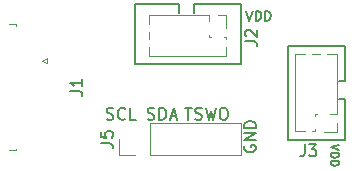
<source format=gbr>
%TF.GenerationSoftware,KiCad,Pcbnew,6.0.7-f9a2dced07~116~ubuntu20.04.1*%
%TF.CreationDate,2022-09-24T19:22:11+02:00*%
%TF.ProjectId,SRRReceiverProgrammerAdaptorBoard,53525252-6563-4656-9976-657250726f67,rev?*%
%TF.SameCoordinates,Original*%
%TF.FileFunction,Legend,Top*%
%TF.FilePolarity,Positive*%
%FSLAX46Y46*%
G04 Gerber Fmt 4.6, Leading zero omitted, Abs format (unit mm)*
G04 Created by KiCad (PCBNEW 6.0.7-f9a2dced07~116~ubuntu20.04.1) date 2022-09-24 19:22:11*
%MOMM*%
%LPD*%
G01*
G04 APERTURE LIST*
%ADD10C,0.150000*%
%ADD11C,0.200000*%
%ADD12C,0.175000*%
%ADD13C,0.120000*%
%ADD14R,1.700000X1.700000*%
%ADD15O,1.700000X1.700000*%
%ADD16R,1.000000X1.000000*%
%ADD17O,1.000000X1.000000*%
%ADD18R,1.250000X0.300000*%
%ADD19R,3.000000X2.000000*%
G04 APERTURE END LIST*
D10*
X134300000Y-96961904D02*
X134252380Y-97057142D01*
X134252380Y-97200000D01*
X134300000Y-97342857D01*
X134395238Y-97438095D01*
X134490476Y-97485714D01*
X134680952Y-97533333D01*
X134823809Y-97533333D01*
X135014285Y-97485714D01*
X135109523Y-97438095D01*
X135204761Y-97342857D01*
X135252380Y-97200000D01*
X135252380Y-97104761D01*
X135204761Y-96961904D01*
X135157142Y-96914285D01*
X134823809Y-96914285D01*
X134823809Y-97104761D01*
X135252380Y-96485714D02*
X134252380Y-96485714D01*
X135252380Y-95914285D01*
X134252380Y-95914285D01*
X135252380Y-95438095D02*
X134252380Y-95438095D01*
X134252380Y-95200000D01*
X134300000Y-95057142D01*
X134395238Y-94961904D01*
X134490476Y-94914285D01*
X134680952Y-94866666D01*
X134823809Y-94866666D01*
X135014285Y-94914285D01*
X135109523Y-94961904D01*
X135204761Y-95057142D01*
X135252380Y-95200000D01*
X135252380Y-95438095D01*
X142800000Y-88500000D02*
X142800000Y-91500000D01*
X142800000Y-93000000D02*
X142300000Y-93000000D01*
X134000000Y-90000000D02*
X134000000Y-85000000D01*
X128732500Y-85000000D02*
X125000000Y-85000000D01*
X128732500Y-85700000D02*
X128732500Y-85000000D01*
X125000000Y-85000000D02*
X125000000Y-90000000D01*
X138000000Y-88500000D02*
X142800000Y-88500000D01*
X138000000Y-88500000D02*
X138000000Y-96500000D01*
X142800000Y-96500000D02*
X142800000Y-93000000D01*
X142800000Y-91500000D02*
X142300000Y-91500000D01*
X130000000Y-85000000D02*
X130000000Y-85700000D01*
X125000000Y-90000000D02*
X134000000Y-90000000D01*
X134000000Y-85000000D02*
X130000000Y-85000000D01*
X138000000Y-96500000D02*
X142800000Y-96500000D01*
X126085714Y-94704761D02*
X126228571Y-94752380D01*
X126466666Y-94752380D01*
X126561904Y-94704761D01*
X126609523Y-94657142D01*
X126657142Y-94561904D01*
X126657142Y-94466666D01*
X126609523Y-94371428D01*
X126561904Y-94323809D01*
X126466666Y-94276190D01*
X126276190Y-94228571D01*
X126180952Y-94180952D01*
X126133333Y-94133333D01*
X126085714Y-94038095D01*
X126085714Y-93942857D01*
X126133333Y-93847619D01*
X126180952Y-93800000D01*
X126276190Y-93752380D01*
X126514285Y-93752380D01*
X126657142Y-93800000D01*
X127085714Y-94752380D02*
X127085714Y-93752380D01*
X127323809Y-93752380D01*
X127466666Y-93800000D01*
X127561904Y-93895238D01*
X127609523Y-93990476D01*
X127657142Y-94180952D01*
X127657142Y-94323809D01*
X127609523Y-94514285D01*
X127561904Y-94609523D01*
X127466666Y-94704761D01*
X127323809Y-94752380D01*
X127085714Y-94752380D01*
X128038095Y-94466666D02*
X128514285Y-94466666D01*
X127942857Y-94752380D02*
X128276190Y-93752380D01*
X128609523Y-94752380D01*
X122609523Y-94704761D02*
X122752380Y-94752380D01*
X122990476Y-94752380D01*
X123085714Y-94704761D01*
X123133333Y-94657142D01*
X123180952Y-94561904D01*
X123180952Y-94466666D01*
X123133333Y-94371428D01*
X123085714Y-94323809D01*
X122990476Y-94276190D01*
X122800000Y-94228571D01*
X122704761Y-94180952D01*
X122657142Y-94133333D01*
X122609523Y-94038095D01*
X122609523Y-93942857D01*
X122657142Y-93847619D01*
X122704761Y-93800000D01*
X122800000Y-93752380D01*
X123038095Y-93752380D01*
X123180952Y-93800000D01*
X124180952Y-94657142D02*
X124133333Y-94704761D01*
X123990476Y-94752380D01*
X123895238Y-94752380D01*
X123752380Y-94704761D01*
X123657142Y-94609523D01*
X123609523Y-94514285D01*
X123561904Y-94323809D01*
X123561904Y-94180952D01*
X123609523Y-93990476D01*
X123657142Y-93895238D01*
X123752380Y-93800000D01*
X123895238Y-93752380D01*
X123990476Y-93752380D01*
X124133333Y-93800000D01*
X124180952Y-93847619D01*
X125085714Y-94752380D02*
X124609523Y-94752380D01*
X124609523Y-93752380D01*
D11*
X134433333Y-85561904D02*
X134700000Y-86361904D01*
X134966666Y-85561904D01*
X135233333Y-86361904D02*
X135233333Y-85561904D01*
X135423809Y-85561904D01*
X135538095Y-85600000D01*
X135614285Y-85676190D01*
X135652380Y-85752380D01*
X135690476Y-85904761D01*
X135690476Y-86019047D01*
X135652380Y-86171428D01*
X135614285Y-86247619D01*
X135538095Y-86323809D01*
X135423809Y-86361904D01*
X135233333Y-86361904D01*
X136033333Y-86361904D02*
X136033333Y-85561904D01*
X136223809Y-85561904D01*
X136338095Y-85600000D01*
X136414285Y-85676190D01*
X136452380Y-85752380D01*
X136490476Y-85904761D01*
X136490476Y-86019047D01*
X136452380Y-86171428D01*
X136414285Y-86247619D01*
X136338095Y-86323809D01*
X136223809Y-86361904D01*
X136033333Y-86361904D01*
D12*
X142283333Y-96866666D02*
X141583333Y-97100000D01*
X142283333Y-97333333D01*
X141583333Y-97566666D02*
X142283333Y-97566666D01*
X142283333Y-97733333D01*
X142250000Y-97833333D01*
X142183333Y-97900000D01*
X142116666Y-97933333D01*
X141983333Y-97966666D01*
X141883333Y-97966666D01*
X141750000Y-97933333D01*
X141683333Y-97900000D01*
X141616666Y-97833333D01*
X141583333Y-97733333D01*
X141583333Y-97566666D01*
X141583333Y-98266666D02*
X142283333Y-98266666D01*
X142283333Y-98433333D01*
X142250000Y-98533333D01*
X142183333Y-98600000D01*
X142116666Y-98633333D01*
X141983333Y-98666666D01*
X141883333Y-98666666D01*
X141750000Y-98633333D01*
X141683333Y-98600000D01*
X141616666Y-98533333D01*
X141583333Y-98433333D01*
X141583333Y-98266666D01*
D10*
X129242857Y-93752380D02*
X129814285Y-93752380D01*
X129528571Y-94752380D02*
X129528571Y-93752380D01*
X130100000Y-94704761D02*
X130242857Y-94752380D01*
X130480952Y-94752380D01*
X130576190Y-94704761D01*
X130623809Y-94657142D01*
X130671428Y-94561904D01*
X130671428Y-94466666D01*
X130623809Y-94371428D01*
X130576190Y-94323809D01*
X130480952Y-94276190D01*
X130290476Y-94228571D01*
X130195238Y-94180952D01*
X130147619Y-94133333D01*
X130100000Y-94038095D01*
X130100000Y-93942857D01*
X130147619Y-93847619D01*
X130195238Y-93800000D01*
X130290476Y-93752380D01*
X130528571Y-93752380D01*
X130671428Y-93800000D01*
X131004761Y-93752380D02*
X131242857Y-94752380D01*
X131433333Y-94038095D01*
X131623809Y-94752380D01*
X131861904Y-93752380D01*
X132433333Y-93752380D02*
X132623809Y-93752380D01*
X132719047Y-93800000D01*
X132814285Y-93895238D01*
X132861904Y-94085714D01*
X132861904Y-94419047D01*
X132814285Y-94609523D01*
X132719047Y-94704761D01*
X132623809Y-94752380D01*
X132433333Y-94752380D01*
X132338095Y-94704761D01*
X132242857Y-94609523D01*
X132195238Y-94419047D01*
X132195238Y-94085714D01*
X132242857Y-93895238D01*
X132338095Y-93800000D01*
X132433333Y-93752380D01*
%TO.C,J5*%
X122122380Y-96733333D02*
X122836666Y-96733333D01*
X122979523Y-96780952D01*
X123074761Y-96876190D01*
X123122380Y-97019047D01*
X123122380Y-97114285D01*
X122122380Y-95780952D02*
X122122380Y-96257142D01*
X122598571Y-96304761D01*
X122550952Y-96257142D01*
X122503333Y-96161904D01*
X122503333Y-95923809D01*
X122550952Y-95828571D01*
X122598571Y-95780952D01*
X122693809Y-95733333D01*
X122931904Y-95733333D01*
X123027142Y-95780952D01*
X123074761Y-95828571D01*
X123122380Y-95923809D01*
X123122380Y-96161904D01*
X123074761Y-96257142D01*
X123027142Y-96304761D01*
%TO.C,J3*%
X139366666Y-96852380D02*
X139366666Y-97566666D01*
X139319047Y-97709523D01*
X139223809Y-97804761D01*
X139080952Y-97852380D01*
X138985714Y-97852380D01*
X139747619Y-96852380D02*
X140366666Y-96852380D01*
X140033333Y-97233333D01*
X140176190Y-97233333D01*
X140271428Y-97280952D01*
X140319047Y-97328571D01*
X140366666Y-97423809D01*
X140366666Y-97661904D01*
X140319047Y-97757142D01*
X140271428Y-97804761D01*
X140176190Y-97852380D01*
X139890476Y-97852380D01*
X139795238Y-97804761D01*
X139747619Y-97757142D01*
%TO.C,J2*%
X134352380Y-88133333D02*
X135066666Y-88133333D01*
X135209523Y-88180952D01*
X135304761Y-88276190D01*
X135352380Y-88419047D01*
X135352380Y-88514285D01*
X134447619Y-87704761D02*
X134400000Y-87657142D01*
X134352380Y-87561904D01*
X134352380Y-87323809D01*
X134400000Y-87228571D01*
X134447619Y-87180952D01*
X134542857Y-87133333D01*
X134638095Y-87133333D01*
X134780952Y-87180952D01*
X135352380Y-87752380D01*
X135352380Y-87133333D01*
%TO.C,J1*%
X119552380Y-92333333D02*
X120266666Y-92333333D01*
X120409523Y-92380952D01*
X120504761Y-92476190D01*
X120552380Y-92619047D01*
X120552380Y-92714285D01*
X120552380Y-91333333D02*
X120552380Y-91904761D01*
X120552380Y-91619047D02*
X119552380Y-91619047D01*
X119695238Y-91714285D01*
X119790476Y-91809523D01*
X119838095Y-91904761D01*
D13*
%TO.C,J5*%
X126270000Y-95070000D02*
X133950000Y-95070000D01*
X125000000Y-97730000D02*
X123670000Y-97730000D01*
X133950000Y-97730000D02*
X133950000Y-95070000D01*
X126270000Y-97730000D02*
X126270000Y-95070000D01*
X123670000Y-97730000D02*
X123670000Y-96400000D01*
X126270000Y-97730000D02*
X133950000Y-97730000D01*
%TO.C,J3*%
X142130000Y-95760000D02*
X141000000Y-95760000D01*
X140240000Y-95695000D02*
X140037530Y-95695000D01*
X140240000Y-94293471D02*
X140240000Y-94436529D01*
X138600000Y-95695000D02*
X138600000Y-89225000D01*
X142130000Y-94240000D02*
X142130000Y-89225000D01*
X139422470Y-95695000D02*
X138600000Y-95695000D01*
X140692470Y-89225000D02*
X140037530Y-89225000D01*
X140436529Y-94240000D02*
X140293471Y-94240000D01*
X142130000Y-95000000D02*
X142130000Y-95760000D01*
X139422470Y-89225000D02*
X138600000Y-89225000D01*
X140240000Y-95563471D02*
X140240000Y-95695000D01*
X142130000Y-94240000D02*
X141563471Y-94240000D01*
X142130000Y-89225000D02*
X141307530Y-89225000D01*
%TO.C,J2*%
X132695000Y-89400000D02*
X126225000Y-89400000D01*
X131240000Y-85870000D02*
X131240000Y-86436529D01*
X132563471Y-87760000D02*
X132695000Y-87760000D01*
X126225000Y-85870000D02*
X126225000Y-86692470D01*
X126225000Y-88577530D02*
X126225000Y-89400000D01*
X131240000Y-85870000D02*
X126225000Y-85870000D01*
X126225000Y-87307530D02*
X126225000Y-87962470D01*
X131293471Y-87760000D02*
X131436529Y-87760000D01*
X132695000Y-88577530D02*
X132695000Y-89400000D01*
X131240000Y-87563471D02*
X131240000Y-87706529D01*
X132000000Y-85870000D02*
X132760000Y-85870000D01*
X132760000Y-85870000D02*
X132760000Y-87000000D01*
X132695000Y-87760000D02*
X132695000Y-87962470D01*
%TO.C,J1*%
X114960000Y-86675000D02*
X114360000Y-86675000D01*
X114960000Y-86785000D02*
X114960000Y-86675000D01*
X117550000Y-89950000D02*
X117550000Y-89550000D01*
X114960000Y-97215000D02*
X114960000Y-97325000D01*
X117150000Y-89750000D02*
X117550000Y-89950000D01*
X114960000Y-97325000D02*
X114360000Y-97325000D01*
X117550000Y-89550000D02*
X117150000Y-89750000D01*
%TD*%
%LPC*%
D14*
%TO.C,J5*%
X125000000Y-96400000D03*
D15*
X127540000Y-96400000D03*
X130080000Y-96400000D03*
X132620000Y-96400000D03*
%TD*%
D16*
%TO.C,J3*%
X141000000Y-95000000D03*
D17*
X139730000Y-95000000D03*
X141000000Y-93730000D03*
X139730000Y-93730000D03*
X141000000Y-92460000D03*
X139730000Y-92460000D03*
X141000000Y-91190000D03*
X139730000Y-91190000D03*
X141000000Y-89920000D03*
X139730000Y-89920000D03*
%TD*%
D16*
%TO.C,J2*%
X132000000Y-87000000D03*
D17*
X132000000Y-88270000D03*
X130730000Y-87000000D03*
X130730000Y-88270000D03*
X129460000Y-87000000D03*
X129460000Y-88270000D03*
X128190000Y-87000000D03*
X128190000Y-88270000D03*
X126920000Y-87000000D03*
X126920000Y-88270000D03*
%TD*%
D18*
%TO.C,J1*%
X118350000Y-89750000D03*
X118350000Y-90250000D03*
X118350000Y-90750000D03*
X118350000Y-91250000D03*
X118350000Y-91750000D03*
X118350000Y-92250000D03*
X118350000Y-92750000D03*
X118350000Y-93250000D03*
X118350000Y-93750000D03*
X118350000Y-94250000D03*
D19*
X116030000Y-95790000D03*
X116030000Y-88210000D03*
%TD*%
M02*

</source>
